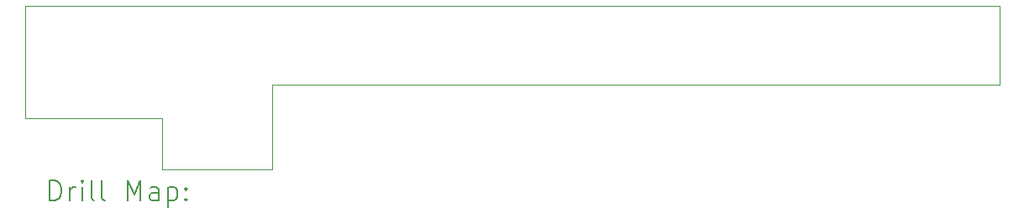
<source format=gbr>
%TF.GenerationSoftware,KiCad,Pcbnew,(6.0.8-1)-1*%
%TF.CreationDate,2023-12-09T20:57:14-06:00*%
%TF.ProjectId,RIO to STEMMA Dual,52494f20-746f-4205-9354-454d4d412044,rev?*%
%TF.SameCoordinates,Original*%
%TF.FileFunction,Drillmap*%
%TF.FilePolarity,Positive*%
%FSLAX45Y45*%
G04 Gerber Fmt 4.5, Leading zero omitted, Abs format (unit mm)*
G04 Created by KiCad (PCBNEW (6.0.8-1)-1) date 2023-12-09 20:57:14*
%MOMM*%
%LPD*%
G01*
G04 APERTURE LIST*
%ADD10C,0.100000*%
%ADD11C,0.200000*%
G04 APERTURE END LIST*
D10*
X9514840Y-6680200D02*
X8412480Y-6680200D01*
X8412480Y-6169660D02*
X7025320Y-6169660D01*
X8412480Y-6680200D02*
X8412480Y-6169660D01*
X7025320Y-6169660D02*
X7025320Y-5030200D01*
X7025320Y-5030200D02*
X16848150Y-5030200D01*
X9514840Y-5830200D02*
X9514840Y-6680200D01*
X16848150Y-5830200D02*
X9514840Y-5830200D01*
X16848150Y-5030200D02*
X16848150Y-5830200D01*
D11*
X7277939Y-6995676D02*
X7277939Y-6795676D01*
X7325558Y-6795676D01*
X7354129Y-6805200D01*
X7373177Y-6824248D01*
X7382701Y-6843295D01*
X7392225Y-6881390D01*
X7392225Y-6909962D01*
X7382701Y-6948057D01*
X7373177Y-6967105D01*
X7354129Y-6986152D01*
X7325558Y-6995676D01*
X7277939Y-6995676D01*
X7477939Y-6995676D02*
X7477939Y-6862343D01*
X7477939Y-6900438D02*
X7487463Y-6881390D01*
X7496987Y-6871867D01*
X7516034Y-6862343D01*
X7535082Y-6862343D01*
X7601748Y-6995676D02*
X7601748Y-6862343D01*
X7601748Y-6795676D02*
X7592225Y-6805200D01*
X7601748Y-6814724D01*
X7611272Y-6805200D01*
X7601748Y-6795676D01*
X7601748Y-6814724D01*
X7725558Y-6995676D02*
X7706510Y-6986152D01*
X7696987Y-6967105D01*
X7696987Y-6795676D01*
X7830320Y-6995676D02*
X7811272Y-6986152D01*
X7801748Y-6967105D01*
X7801748Y-6795676D01*
X8058891Y-6995676D02*
X8058891Y-6795676D01*
X8125558Y-6938533D01*
X8192225Y-6795676D01*
X8192225Y-6995676D01*
X8373177Y-6995676D02*
X8373177Y-6890914D01*
X8363653Y-6871867D01*
X8344606Y-6862343D01*
X8306510Y-6862343D01*
X8287463Y-6871867D01*
X8373177Y-6986152D02*
X8354129Y-6995676D01*
X8306510Y-6995676D01*
X8287463Y-6986152D01*
X8277939Y-6967105D01*
X8277939Y-6948057D01*
X8287463Y-6929009D01*
X8306510Y-6919486D01*
X8354129Y-6919486D01*
X8373177Y-6909962D01*
X8468415Y-6862343D02*
X8468415Y-7062343D01*
X8468415Y-6871867D02*
X8487463Y-6862343D01*
X8525558Y-6862343D01*
X8544606Y-6871867D01*
X8554130Y-6881390D01*
X8563653Y-6900438D01*
X8563653Y-6957581D01*
X8554130Y-6976628D01*
X8544606Y-6986152D01*
X8525558Y-6995676D01*
X8487463Y-6995676D01*
X8468415Y-6986152D01*
X8649368Y-6976628D02*
X8658891Y-6986152D01*
X8649368Y-6995676D01*
X8639844Y-6986152D01*
X8649368Y-6976628D01*
X8649368Y-6995676D01*
X8649368Y-6871867D02*
X8658891Y-6881390D01*
X8649368Y-6890914D01*
X8639844Y-6881390D01*
X8649368Y-6871867D01*
X8649368Y-6890914D01*
M02*

</source>
